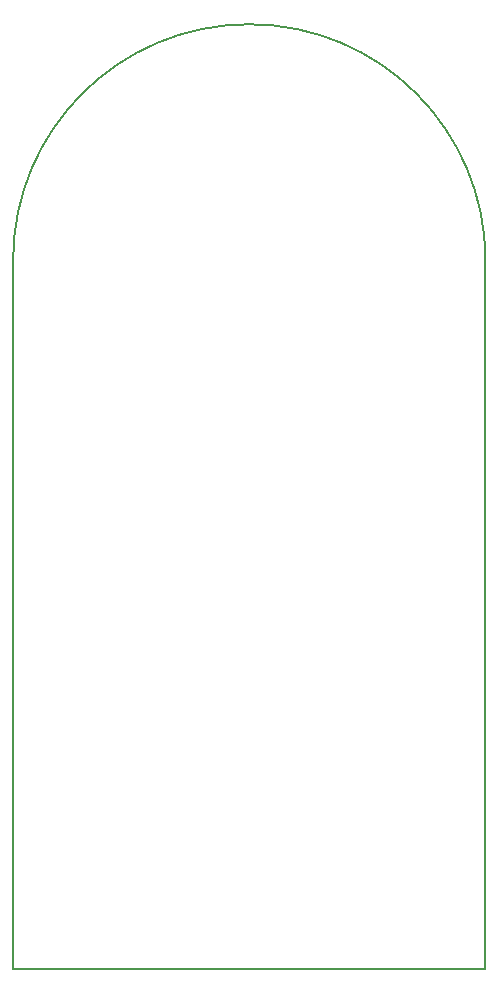
<source format=gbr>
G04 #@! TF.GenerationSoftware,KiCad,Pcbnew,7.0.0-da2b9df05c~163~ubuntu22.04.1*
G04 #@! TF.CreationDate,2023-03-30T16:17:32+09:00*
G04 #@! TF.ProjectId,staticdetector,73746174-6963-4646-9574-6563746f722e,rev?*
G04 #@! TF.SameCoordinates,Original*
G04 #@! TF.FileFunction,Profile,NP*
%FSLAX46Y46*%
G04 Gerber Fmt 4.6, Leading zero omitted, Abs format (unit mm)*
G04 Created by KiCad (PCBNEW 7.0.0-da2b9df05c~163~ubuntu22.04.1) date 2023-03-30 16:17:32*
%MOMM*%
%LPD*%
G01*
G04 APERTURE LIST*
G04 #@! TA.AperFunction,Profile*
%ADD10C,0.200000*%
G04 #@! TD*
G04 APERTURE END LIST*
D10*
X150000000Y-120000000D02*
X150000000Y-60000000D01*
X110000000Y-60000000D02*
X110000000Y-120000000D01*
X110000000Y-120000000D02*
X150000000Y-120000000D01*
X150000000Y-60000000D02*
G75*
G03*
X110000000Y-60000000I-20000000J0D01*
G01*
M02*

</source>
